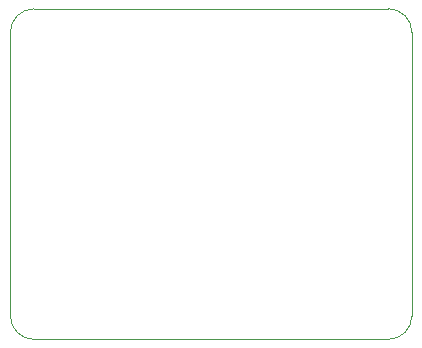
<source format=gbr>
%TF.GenerationSoftware,KiCad,Pcbnew,5.1.12-84ad8e8a86~92~ubuntu20.04.1*%
%TF.CreationDate,2021-12-04T14:18:14+01:00*%
%TF.ProjectId,RFMBreakout,52464d42-7265-4616-9b6f-75742e6b6963,rev?*%
%TF.SameCoordinates,Original*%
%TF.FileFunction,Profile,NP*%
%FSLAX46Y46*%
G04 Gerber Fmt 4.6, Leading zero omitted, Abs format (unit mm)*
G04 Created by KiCad (PCBNEW 5.1.12-84ad8e8a86~92~ubuntu20.04.1) date 2021-12-04 14:18:14*
%MOMM*%
%LPD*%
G01*
G04 APERTURE LIST*
%TA.AperFunction,Profile*%
%ADD10C,0.050000*%
%TD*%
G04 APERTURE END LIST*
D10*
X115000000Y-80000000D02*
G75*
G02*
X117000000Y-78000000I2000000J0D01*
G01*
X147000000Y-78000000D02*
G75*
G02*
X149000000Y-80000000I0J-2000000D01*
G01*
X149000000Y-104000000D02*
G75*
G02*
X147000000Y-106000000I-2000000J0D01*
G01*
X117000000Y-106000000D02*
G75*
G02*
X115000000Y-104000000I0J2000000D01*
G01*
X147000000Y-78000000D02*
X117000000Y-78000000D01*
X149000000Y-104000000D02*
X149000000Y-80000000D01*
X117000000Y-106000000D02*
X147000000Y-106000000D01*
X115000000Y-80000000D02*
X115000000Y-104000000D01*
M02*

</source>
